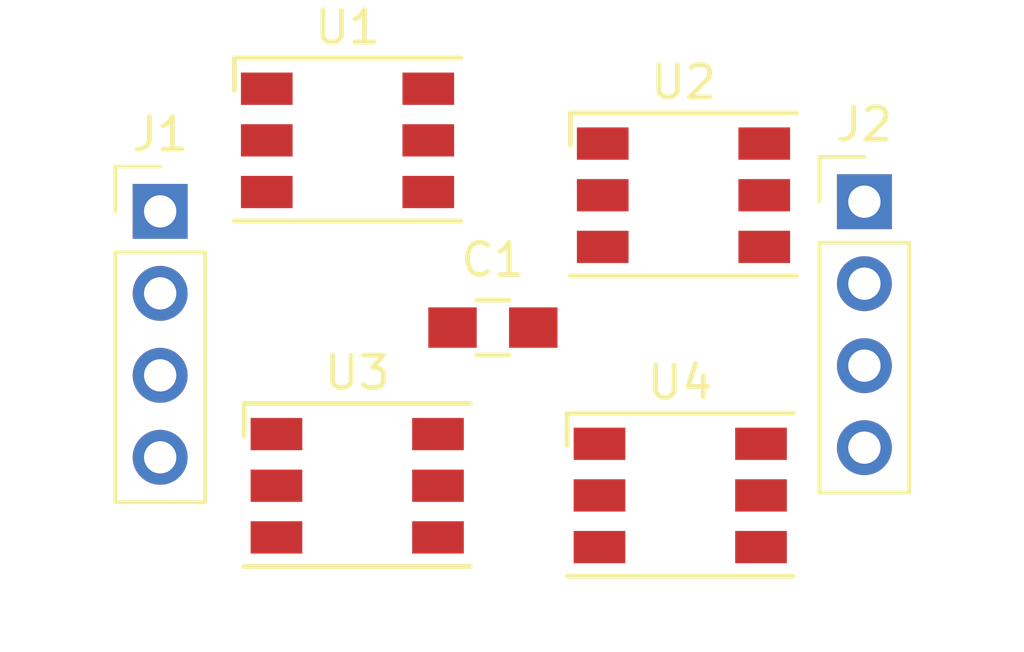
<source format=kicad_pcb>
(kicad_pcb (version 4) (host pcbnew 4.0.6)

  (general
    (links 22)
    (no_connects 16)
    (area 133.546667 96.805 165.453334 117.395)
    (thickness 1.6)
    (drawings 0)
    (tracks 0)
    (zones 0)
    (modules 7)
    (nets 13)
  )

  (page A4)
  (title_block
    (title "7 Segment Mega Display")
  )

  (layers
    (0 F.Cu signal)
    (31 B.Cu signal)
    (32 B.Adhes user)
    (33 F.Adhes user)
    (34 B.Paste user)
    (35 F.Paste user)
    (36 B.SilkS user)
    (37 F.SilkS user)
    (38 B.Mask user)
    (39 F.Mask user)
    (40 Dwgs.User user)
    (41 Cmts.User user)
    (42 Eco1.User user)
    (43 Eco2.User user)
    (44 Edge.Cuts user)
    (45 Margin user)
    (46 B.CrtYd user)
    (47 F.CrtYd user)
    (48 B.Fab user)
    (49 F.Fab user)
  )

  (setup
    (last_trace_width 0.254)
    (trace_clearance 0.2)
    (zone_clearance 0.508)
    (zone_45_only no)
    (trace_min 0.1524)
    (segment_width 0.2)
    (edge_width 0.15)
    (via_size 0.762)
    (via_drill 0.4)
    (via_min_size 0.6858)
    (via_min_drill 0.3302)
    (uvia_size 0.3)
    (uvia_drill 0.1)
    (uvias_allowed no)
    (uvia_min_size 0.2)
    (uvia_min_drill 0.1)
    (pcb_text_width 0.3)
    (pcb_text_size 1.5 1.5)
    (mod_edge_width 0.15)
    (mod_text_size 1 1)
    (mod_text_width 0.15)
    (pad_size 1.524 1.524)
    (pad_drill 0.762)
    (pad_to_mask_clearance 0.2)
    (aux_axis_origin 0 0)
    (visible_elements FFFFF77F)
    (pcbplotparams
      (layerselection 0x010f0_80000001)
      (usegerberextensions true)
      (excludeedgelayer true)
      (linewidth 0.100000)
      (plotframeref false)
      (viasonmask false)
      (mode 1)
      (useauxorigin false)
      (hpglpennumber 1)
      (hpglpenspeed 20)
      (hpglpendiameter 15)
      (hpglpenoverlay 2)
      (psnegative false)
      (psa4output false)
      (plotreference true)
      (plotvalue true)
      (plotinvisibletext false)
      (padsonsilk false)
      (subtractmaskfromsilk false)
      (outputformat 1)
      (mirror false)
      (drillshape 0)
      (scaleselection 1)
      (outputdirectory gerber/))
  )

  (net 0 "")
  (net 1 GND)
  (net 2 VCC)
  (net 3 "Net-(J1-Pad2)")
  (net 4 "Net-(J1-Pad3)")
  (net 5 "Net-(J2-Pad2)")
  (net 6 "Net-(J2-Pad3)")
  (net 7 "Net-(U1-Pad5)")
  (net 8 "Net-(U1-Pad6)")
  (net 9 "Net-(U2-Pad5)")
  (net 10 "Net-(U2-Pad6)")
  (net 11 "Net-(U3-Pad5)")
  (net 12 "Net-(U3-Pad6)")

  (net_class Default "This is the default net class."
    (clearance 0.2)
    (trace_width 0.254)
    (via_dia 0.762)
    (via_drill 0.4)
    (uvia_dia 0.3)
    (uvia_drill 0.1)
    (add_net GND)
    (add_net "Net-(J1-Pad2)")
    (add_net "Net-(J1-Pad3)")
    (add_net "Net-(J2-Pad2)")
    (add_net "Net-(J2-Pad3)")
    (add_net "Net-(U1-Pad5)")
    (add_net "Net-(U1-Pad6)")
    (add_net "Net-(U2-Pad5)")
    (add_net "Net-(U2-Pad6)")
    (add_net "Net-(U3-Pad5)")
    (add_net "Net-(U3-Pad6)")
    (add_net VCC)
  )

  (net_class Wide ""
    (clearance 0.22)
    (trace_width 0.35)
    (via_dia 0.762)
    (via_drill 0.4)
    (uvia_dia 0.3)
    (uvia_drill 0.1)
  )

  (module Capacitors_SMD:C_0805_HandSoldering (layer F.Cu) (tedit 541A9B8D) (tstamp 5AD8968E)
    (at 148.9 107.1)
    (descr "Capacitor SMD 0805, hand soldering")
    (tags "capacitor 0805")
    (path /5AD5EAAC)
    (attr smd)
    (fp_text reference C1 (at 0 -2.1) (layer F.SilkS)
      (effects (font (size 1 1) (thickness 0.15)))
    )
    (fp_text value 10uF (at 0 2.1) (layer F.Fab)
      (effects (font (size 1 1) (thickness 0.15)))
    )
    (fp_line (start -1 0.625) (end -1 -0.625) (layer F.Fab) (width 0.15))
    (fp_line (start 1 0.625) (end -1 0.625) (layer F.Fab) (width 0.15))
    (fp_line (start 1 -0.625) (end 1 0.625) (layer F.Fab) (width 0.15))
    (fp_line (start -1 -0.625) (end 1 -0.625) (layer F.Fab) (width 0.15))
    (fp_line (start -2.3 -1) (end 2.3 -1) (layer F.CrtYd) (width 0.05))
    (fp_line (start -2.3 1) (end 2.3 1) (layer F.CrtYd) (width 0.05))
    (fp_line (start -2.3 -1) (end -2.3 1) (layer F.CrtYd) (width 0.05))
    (fp_line (start 2.3 -1) (end 2.3 1) (layer F.CrtYd) (width 0.05))
    (fp_line (start 0.5 -0.85) (end -0.5 -0.85) (layer F.SilkS) (width 0.15))
    (fp_line (start -0.5 0.85) (end 0.5 0.85) (layer F.SilkS) (width 0.15))
    (pad 1 smd rect (at -1.25 0) (size 1.5 1.25) (layers F.Cu F.Paste F.Mask)
      (net 1 GND))
    (pad 2 smd rect (at 1.25 0) (size 1.5 1.25) (layers F.Cu F.Paste F.Mask)
      (net 2 VCC))
    (model Capacitors_SMD.3dshapes/C_0805_HandSoldering.wrl
      (at (xyz 0 0 0))
      (scale (xyz 1 1 1))
      (rotate (xyz 0 0 0))
    )
  )

  (module Pin_Headers:Pin_Header_Straight_1x04_Pitch2.54mm (layer F.Cu) (tedit 5862ED52) (tstamp 5AD896A4)
    (at 138.6 103.5)
    (descr "Through hole straight pin header, 1x04, 2.54mm pitch, single row")
    (tags "Through hole pin header THT 1x04 2.54mm single row")
    (path /5AD5E948)
    (fp_text reference J1 (at 0 -2.39) (layer F.SilkS)
      (effects (font (size 1 1) (thickness 0.15)))
    )
    (fp_text value CONN_01X04 (at 0 10.01) (layer F.Fab)
      (effects (font (size 1 1) (thickness 0.15)))
    )
    (fp_line (start -1.27 -1.27) (end -1.27 8.89) (layer F.Fab) (width 0.1))
    (fp_line (start -1.27 8.89) (end 1.27 8.89) (layer F.Fab) (width 0.1))
    (fp_line (start 1.27 8.89) (end 1.27 -1.27) (layer F.Fab) (width 0.1))
    (fp_line (start 1.27 -1.27) (end -1.27 -1.27) (layer F.Fab) (width 0.1))
    (fp_line (start -1.39 1.27) (end -1.39 9.01) (layer F.SilkS) (width 0.12))
    (fp_line (start -1.39 9.01) (end 1.39 9.01) (layer F.SilkS) (width 0.12))
    (fp_line (start 1.39 9.01) (end 1.39 1.27) (layer F.SilkS) (width 0.12))
    (fp_line (start 1.39 1.27) (end -1.39 1.27) (layer F.SilkS) (width 0.12))
    (fp_line (start -1.39 0) (end -1.39 -1.39) (layer F.SilkS) (width 0.12))
    (fp_line (start -1.39 -1.39) (end 0 -1.39) (layer F.SilkS) (width 0.12))
    (fp_line (start -1.6 -1.6) (end -1.6 9.2) (layer F.CrtYd) (width 0.05))
    (fp_line (start -1.6 9.2) (end 1.6 9.2) (layer F.CrtYd) (width 0.05))
    (fp_line (start 1.6 9.2) (end 1.6 -1.6) (layer F.CrtYd) (width 0.05))
    (fp_line (start 1.6 -1.6) (end -1.6 -1.6) (layer F.CrtYd) (width 0.05))
    (pad 1 thru_hole rect (at 0 0) (size 1.7 1.7) (drill 1) (layers *.Cu *.Mask)
      (net 1 GND))
    (pad 2 thru_hole oval (at 0 2.54) (size 1.7 1.7) (drill 1) (layers *.Cu *.Mask)
      (net 3 "Net-(J1-Pad2)"))
    (pad 3 thru_hole oval (at 0 5.08) (size 1.7 1.7) (drill 1) (layers *.Cu *.Mask)
      (net 4 "Net-(J1-Pad3)"))
    (pad 4 thru_hole oval (at 0 7.62) (size 1.7 1.7) (drill 1) (layers *.Cu *.Mask)
      (net 2 VCC))
    (model Pin_Headers.3dshapes/Pin_Header_Straight_1x04_Pitch2.54mm.wrl
      (at (xyz 0 -0.15 0))
      (scale (xyz 1 1 1))
      (rotate (xyz 0 0 90))
    )
  )

  (module Pin_Headers:Pin_Header_Straight_1x04_Pitch2.54mm (layer F.Cu) (tedit 5862ED52) (tstamp 5AD896BA)
    (at 160.4 103.2)
    (descr "Through hole straight pin header, 1x04, 2.54mm pitch, single row")
    (tags "Through hole pin header THT 1x04 2.54mm single row")
    (path /5AD892BE)
    (fp_text reference J2 (at 0 -2.39) (layer F.SilkS)
      (effects (font (size 1 1) (thickness 0.15)))
    )
    (fp_text value CONN_01X04 (at 0 10.01) (layer F.Fab)
      (effects (font (size 1 1) (thickness 0.15)))
    )
    (fp_line (start -1.27 -1.27) (end -1.27 8.89) (layer F.Fab) (width 0.1))
    (fp_line (start -1.27 8.89) (end 1.27 8.89) (layer F.Fab) (width 0.1))
    (fp_line (start 1.27 8.89) (end 1.27 -1.27) (layer F.Fab) (width 0.1))
    (fp_line (start 1.27 -1.27) (end -1.27 -1.27) (layer F.Fab) (width 0.1))
    (fp_line (start -1.39 1.27) (end -1.39 9.01) (layer F.SilkS) (width 0.12))
    (fp_line (start -1.39 9.01) (end 1.39 9.01) (layer F.SilkS) (width 0.12))
    (fp_line (start 1.39 9.01) (end 1.39 1.27) (layer F.SilkS) (width 0.12))
    (fp_line (start 1.39 1.27) (end -1.39 1.27) (layer F.SilkS) (width 0.12))
    (fp_line (start -1.39 0) (end -1.39 -1.39) (layer F.SilkS) (width 0.12))
    (fp_line (start -1.39 -1.39) (end 0 -1.39) (layer F.SilkS) (width 0.12))
    (fp_line (start -1.6 -1.6) (end -1.6 9.2) (layer F.CrtYd) (width 0.05))
    (fp_line (start -1.6 9.2) (end 1.6 9.2) (layer F.CrtYd) (width 0.05))
    (fp_line (start 1.6 9.2) (end 1.6 -1.6) (layer F.CrtYd) (width 0.05))
    (fp_line (start 1.6 -1.6) (end -1.6 -1.6) (layer F.CrtYd) (width 0.05))
    (pad 1 thru_hole rect (at 0 0) (size 1.7 1.7) (drill 1) (layers *.Cu *.Mask)
      (net 2 VCC))
    (pad 2 thru_hole oval (at 0 2.54) (size 1.7 1.7) (drill 1) (layers *.Cu *.Mask)
      (net 5 "Net-(J2-Pad2)"))
    (pad 3 thru_hole oval (at 0 5.08) (size 1.7 1.7) (drill 1) (layers *.Cu *.Mask)
      (net 6 "Net-(J2-Pad3)"))
    (pad 4 thru_hole oval (at 0 7.62) (size 1.7 1.7) (drill 1) (layers *.Cu *.Mask)
      (net 1 GND))
    (model Pin_Headers.3dshapes/Pin_Header_Straight_1x04_Pitch2.54mm.wrl
      (at (xyz 0 -0.15 0))
      (scale (xyz 1 1 1))
      (rotate (xyz 0 0 90))
    )
  )

  (module LEDs:LED_WS2812-PLCC6 (layer F.Cu) (tedit 56C9C85E) (tstamp 5AD896D1)
    (at 144.4 101.3)
    (descr http://www.world-semi.com/en/Driver/Lighting/WS2811/WS212B/WS2822S/)
    (tags "LED RGB")
    (path /5AD5E549)
    (attr smd)
    (fp_text reference U1 (at 0 -3.5) (layer F.SilkS)
      (effects (font (size 1 1) (thickness 0.15)))
    )
    (fp_text value APA102C (at 0 4) (layer F.Fab)
      (effects (font (size 1 1) (thickness 0.15)))
    )
    (fp_line (start 3.75 -2.85) (end -3.75 -2.85) (layer F.CrtYd) (width 0.05))
    (fp_line (start 3.75 2.85) (end 3.75 -2.85) (layer F.CrtYd) (width 0.05))
    (fp_line (start -3.75 2.85) (end 3.75 2.85) (layer F.CrtYd) (width 0.05))
    (fp_line (start -3.75 -2.85) (end -3.75 2.85) (layer F.CrtYd) (width 0.05))
    (fp_line (start -2.5 -1.5) (end -1.5 -2.5) (layer Dwgs.User) (width 0.1))
    (fp_line (start -2.5 -2.5) (end 2.5 -2.5) (layer Dwgs.User) (width 0.1))
    (fp_line (start 2.5 -2.5) (end 2.5 2.5) (layer Dwgs.User) (width 0.1))
    (fp_line (start 2.5 2.5) (end -2.5 2.5) (layer Dwgs.User) (width 0.1))
    (fp_line (start -2.5 2.5) (end -2.5 -2.5) (layer Dwgs.User) (width 0.1))
    (fp_line (start -3.5 2.5) (end 3.5 2.5) (layer F.SilkS) (width 0.15))
    (fp_line (start -3.5 -1.55) (end -3.5 -2.55) (layer F.SilkS) (width 0.15))
    (fp_line (start -3.5 -2.55) (end 3.5 -2.55) (layer F.SilkS) (width 0.15))
    (fp_circle (center 0 0) (end 0 -2) (layer Dwgs.User) (width 0.1))
    (pad 4 smd rect (at 2.5 1.6) (size 1.6 1) (layers F.Cu F.Paste F.Mask)
      (net 2 VCC))
    (pad 5 smd rect (at 2.5 0) (size 1.6 1) (layers F.Cu F.Paste F.Mask)
      (net 7 "Net-(U1-Pad5)"))
    (pad 6 smd rect (at 2.5 -1.6) (size 1.6 1) (layers F.Cu F.Paste F.Mask)
      (net 8 "Net-(U1-Pad6)"))
    (pad 3 smd rect (at -2.5 1.6) (size 1.6 1) (layers F.Cu F.Paste F.Mask)
      (net 1 GND))
    (pad 2 smd rect (at -2.5 0) (size 1.6 1) (layers F.Cu F.Paste F.Mask)
      (net 3 "Net-(J1-Pad2)"))
    (pad 1 smd rect (at -2.5 -1.6) (size 1.6 1) (layers F.Cu F.Paste F.Mask)
      (net 4 "Net-(J1-Pad3)"))
    (model LEDs.3dshapes/LED_WS2812-PLCC6.wrl
      (at (xyz 0 0 0.004))
      (scale (xyz 0.3937 0.3937 0.3937))
      (rotate (xyz 0 0 0))
    )
  )

  (module LEDs:LED_WS2812-PLCC6 (layer F.Cu) (tedit 56C9C85E) (tstamp 5AD896E8)
    (at 154.8 103)
    (descr http://www.world-semi.com/en/Driver/Lighting/WS2811/WS212B/WS2822S/)
    (tags "LED RGB")
    (path /5AD5E5BA)
    (attr smd)
    (fp_text reference U2 (at 0 -3.5) (layer F.SilkS)
      (effects (font (size 1 1) (thickness 0.15)))
    )
    (fp_text value APA102C (at 0 4) (layer F.Fab)
      (effects (font (size 1 1) (thickness 0.15)))
    )
    (fp_line (start 3.75 -2.85) (end -3.75 -2.85) (layer F.CrtYd) (width 0.05))
    (fp_line (start 3.75 2.85) (end 3.75 -2.85) (layer F.CrtYd) (width 0.05))
    (fp_line (start -3.75 2.85) (end 3.75 2.85) (layer F.CrtYd) (width 0.05))
    (fp_line (start -3.75 -2.85) (end -3.75 2.85) (layer F.CrtYd) (width 0.05))
    (fp_line (start -2.5 -1.5) (end -1.5 -2.5) (layer Dwgs.User) (width 0.1))
    (fp_line (start -2.5 -2.5) (end 2.5 -2.5) (layer Dwgs.User) (width 0.1))
    (fp_line (start 2.5 -2.5) (end 2.5 2.5) (layer Dwgs.User) (width 0.1))
    (fp_line (start 2.5 2.5) (end -2.5 2.5) (layer Dwgs.User) (width 0.1))
    (fp_line (start -2.5 2.5) (end -2.5 -2.5) (layer Dwgs.User) (width 0.1))
    (fp_line (start -3.5 2.5) (end 3.5 2.5) (layer F.SilkS) (width 0.15))
    (fp_line (start -3.5 -1.55) (end -3.5 -2.55) (layer F.SilkS) (width 0.15))
    (fp_line (start -3.5 -2.55) (end 3.5 -2.55) (layer F.SilkS) (width 0.15))
    (fp_circle (center 0 0) (end 0 -2) (layer Dwgs.User) (width 0.1))
    (pad 4 smd rect (at 2.5 1.6) (size 1.6 1) (layers F.Cu F.Paste F.Mask)
      (net 2 VCC))
    (pad 5 smd rect (at 2.5 0) (size 1.6 1) (layers F.Cu F.Paste F.Mask)
      (net 9 "Net-(U2-Pad5)"))
    (pad 6 smd rect (at 2.5 -1.6) (size 1.6 1) (layers F.Cu F.Paste F.Mask)
      (net 10 "Net-(U2-Pad6)"))
    (pad 3 smd rect (at -2.5 1.6) (size 1.6 1) (layers F.Cu F.Paste F.Mask)
      (net 1 GND))
    (pad 2 smd rect (at -2.5 0) (size 1.6 1) (layers F.Cu F.Paste F.Mask)
      (net 7 "Net-(U1-Pad5)"))
    (pad 1 smd rect (at -2.5 -1.6) (size 1.6 1) (layers F.Cu F.Paste F.Mask)
      (net 8 "Net-(U1-Pad6)"))
    (model LEDs.3dshapes/LED_WS2812-PLCC6.wrl
      (at (xyz 0 0 0.004))
      (scale (xyz 0.3937 0.3937 0.3937))
      (rotate (xyz 0 0 0))
    )
  )

  (module LEDs:LED_WS2812-PLCC6 (layer F.Cu) (tedit 56C9C85E) (tstamp 5AD896FF)
    (at 144.7 112)
    (descr http://www.world-semi.com/en/Driver/Lighting/WS2811/WS212B/WS2822S/)
    (tags "LED RGB")
    (path /5AD5E5F9)
    (attr smd)
    (fp_text reference U3 (at 0 -3.5) (layer F.SilkS)
      (effects (font (size 1 1) (thickness 0.15)))
    )
    (fp_text value APA102C (at 0 4) (layer F.Fab)
      (effects (font (size 1 1) (thickness 0.15)))
    )
    (fp_line (start 3.75 -2.85) (end -3.75 -2.85) (layer F.CrtYd) (width 0.05))
    (fp_line (start 3.75 2.85) (end 3.75 -2.85) (layer F.CrtYd) (width 0.05))
    (fp_line (start -3.75 2.85) (end 3.75 2.85) (layer F.CrtYd) (width 0.05))
    (fp_line (start -3.75 -2.85) (end -3.75 2.85) (layer F.CrtYd) (width 0.05))
    (fp_line (start -2.5 -1.5) (end -1.5 -2.5) (layer Dwgs.User) (width 0.1))
    (fp_line (start -2.5 -2.5) (end 2.5 -2.5) (layer Dwgs.User) (width 0.1))
    (fp_line (start 2.5 -2.5) (end 2.5 2.5) (layer Dwgs.User) (width 0.1))
    (fp_line (start 2.5 2.5) (end -2.5 2.5) (layer Dwgs.User) (width 0.1))
    (fp_line (start -2.5 2.5) (end -2.5 -2.5) (layer Dwgs.User) (width 0.1))
    (fp_line (start -3.5 2.5) (end 3.5 2.5) (layer F.SilkS) (width 0.15))
    (fp_line (start -3.5 -1.55) (end -3.5 -2.55) (layer F.SilkS) (width 0.15))
    (fp_line (start -3.5 -2.55) (end 3.5 -2.55) (layer F.SilkS) (width 0.15))
    (fp_circle (center 0 0) (end 0 -2) (layer Dwgs.User) (width 0.1))
    (pad 4 smd rect (at 2.5 1.6) (size 1.6 1) (layers F.Cu F.Paste F.Mask)
      (net 2 VCC))
    (pad 5 smd rect (at 2.5 0) (size 1.6 1) (layers F.Cu F.Paste F.Mask)
      (net 11 "Net-(U3-Pad5)"))
    (pad 6 smd rect (at 2.5 -1.6) (size 1.6 1) (layers F.Cu F.Paste F.Mask)
      (net 12 "Net-(U3-Pad6)"))
    (pad 3 smd rect (at -2.5 1.6) (size 1.6 1) (layers F.Cu F.Paste F.Mask)
      (net 1 GND))
    (pad 2 smd rect (at -2.5 0) (size 1.6 1) (layers F.Cu F.Paste F.Mask)
      (net 9 "Net-(U2-Pad5)"))
    (pad 1 smd rect (at -2.5 -1.6) (size 1.6 1) (layers F.Cu F.Paste F.Mask)
      (net 10 "Net-(U2-Pad6)"))
    (model LEDs.3dshapes/LED_WS2812-PLCC6.wrl
      (at (xyz 0 0 0.004))
      (scale (xyz 0.3937 0.3937 0.3937))
      (rotate (xyz 0 0 0))
    )
  )

  (module LEDs:LED_WS2812-PLCC6 (layer F.Cu) (tedit 56C9C85E) (tstamp 5AD89716)
    (at 154.7 112.3)
    (descr http://www.world-semi.com/en/Driver/Lighting/WS2811/WS212B/WS2822S/)
    (tags "LED RGB")
    (path /5AD5E662)
    (attr smd)
    (fp_text reference U4 (at 0 -3.5) (layer F.SilkS)
      (effects (font (size 1 1) (thickness 0.15)))
    )
    (fp_text value APA102C (at 0 4) (layer F.Fab)
      (effects (font (size 1 1) (thickness 0.15)))
    )
    (fp_line (start 3.75 -2.85) (end -3.75 -2.85) (layer F.CrtYd) (width 0.05))
    (fp_line (start 3.75 2.85) (end 3.75 -2.85) (layer F.CrtYd) (width 0.05))
    (fp_line (start -3.75 2.85) (end 3.75 2.85) (layer F.CrtYd) (width 0.05))
    (fp_line (start -3.75 -2.85) (end -3.75 2.85) (layer F.CrtYd) (width 0.05))
    (fp_line (start -2.5 -1.5) (end -1.5 -2.5) (layer Dwgs.User) (width 0.1))
    (fp_line (start -2.5 -2.5) (end 2.5 -2.5) (layer Dwgs.User) (width 0.1))
    (fp_line (start 2.5 -2.5) (end 2.5 2.5) (layer Dwgs.User) (width 0.1))
    (fp_line (start 2.5 2.5) (end -2.5 2.5) (layer Dwgs.User) (width 0.1))
    (fp_line (start -2.5 2.5) (end -2.5 -2.5) (layer Dwgs.User) (width 0.1))
    (fp_line (start -3.5 2.5) (end 3.5 2.5) (layer F.SilkS) (width 0.15))
    (fp_line (start -3.5 -1.55) (end -3.5 -2.55) (layer F.SilkS) (width 0.15))
    (fp_line (start -3.5 -2.55) (end 3.5 -2.55) (layer F.SilkS) (width 0.15))
    (fp_circle (center 0 0) (end 0 -2) (layer Dwgs.User) (width 0.1))
    (pad 4 smd rect (at 2.5 1.6) (size 1.6 1) (layers F.Cu F.Paste F.Mask)
      (net 2 VCC))
    (pad 5 smd rect (at 2.5 0) (size 1.6 1) (layers F.Cu F.Paste F.Mask)
      (net 6 "Net-(J2-Pad3)"))
    (pad 6 smd rect (at 2.5 -1.6) (size 1.6 1) (layers F.Cu F.Paste F.Mask)
      (net 5 "Net-(J2-Pad2)"))
    (pad 3 smd rect (at -2.5 1.6) (size 1.6 1) (layers F.Cu F.Paste F.Mask)
      (net 1 GND))
    (pad 2 smd rect (at -2.5 0) (size 1.6 1) (layers F.Cu F.Paste F.Mask)
      (net 11 "Net-(U3-Pad5)"))
    (pad 1 smd rect (at -2.5 -1.6) (size 1.6 1) (layers F.Cu F.Paste F.Mask)
      (net 12 "Net-(U3-Pad6)"))
    (model LEDs.3dshapes/LED_WS2812-PLCC6.wrl
      (at (xyz 0 0 0.004))
      (scale (xyz 0.3937 0.3937 0.3937))
      (rotate (xyz 0 0 0))
    )
  )

)

</source>
